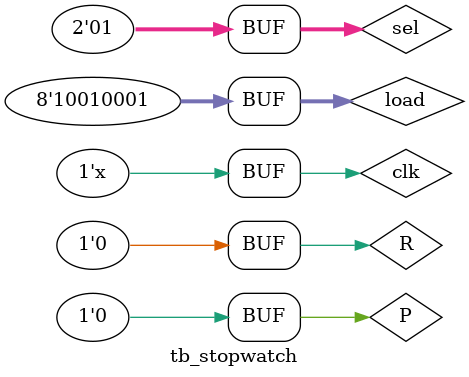
<source format=v>
`timescale 1ns / 1ps


module tb_stopwatch;
reg clk;
reg P;
reg R;
reg [7:0] load;
reg [1:0] sel;
wire [3:0] an;
wire [6:0] sseg;
wire [1:0] cstateDb;

stopwatch_main u1(.clk(clk),.P(P),.R(R),.load(load),.sel(sel),.an(an),.sseg(sseg)
,.cstateDb(cstateDb)
);

initial
begin
/*
//                  uncomment to test mode 0 countup
P=0;
clk = 0;
load = 8'h91;
sel = 2'b00;
R = 0;
#10;
R = 1;
#200;
R = 0;
#100;
P = 1;
#5;
P = 0;
*/


//                  uncomment to test mode 1 countup
P=0;
clk = 0;
load = 8'h91;
sel = 2'b01;
R = 0;
#10;
R = 1;
#200;
R = 0;
#100;
P = 1;
#5;
P = 0;


/*
//                  uncomment to test mode 2 countdown
P=0;
clk = 0;
load = 8'h01;
sel = 2'b10;
R = 0;
#10;
R = 1;
#200;
R = 0;
#100;
P = 1;
#5;
P = 0;
*/

/*
//                  uncomment to test mode 3 countdown
P=0;
clk = 0;
load = 8'h01;
sel = 2'b11;
R = 0;
#10;
R = 1;
#200;
R = 0;
#100;
P = 1;
#5;
P = 0;
*/
end

always
#5 clk = ~clk;

endmodule

</source>
